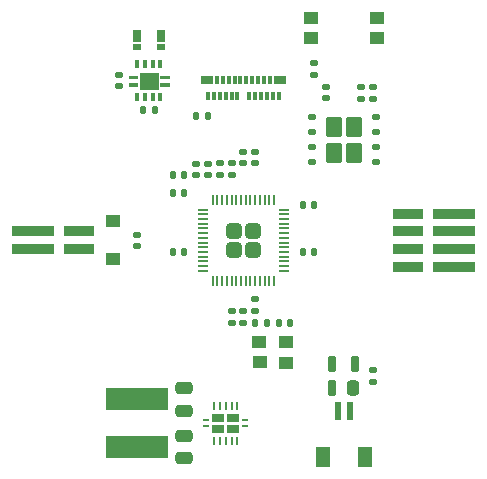
<source format=gbp>
G04 #@! TF.GenerationSoftware,KiCad,Pcbnew,7.0.11*
G04 #@! TF.CreationDate,2024-05-08T11:49:02-04:00*
G04 #@! TF.ProjectId,stepper-interface,73746570-7065-4722-9d69-6e7465726661,1.0*
G04 #@! TF.SameCoordinates,Original*
G04 #@! TF.FileFunction,Paste,Bot*
G04 #@! TF.FilePolarity,Positive*
%FSLAX46Y46*%
G04 Gerber Fmt 4.6, Leading zero omitted, Abs format (unit mm)*
G04 Created by KiCad (PCBNEW 7.0.11) date 2024-05-08 11:49:02*
%MOMM*%
%LPD*%
G01*
G04 APERTURE LIST*
G04 Aperture macros list*
%AMRoundRect*
0 Rectangle with rounded corners*
0 $1 Rounding radius*
0 $2 $3 $4 $5 $6 $7 $8 $9 X,Y pos of 4 corners*
0 Add a 4 corners polygon primitive as box body*
4,1,4,$2,$3,$4,$5,$6,$7,$8,$9,$2,$3,0*
0 Add four circle primitives for the rounded corners*
1,1,$1+$1,$2,$3*
1,1,$1+$1,$4,$5*
1,1,$1+$1,$6,$7*
1,1,$1+$1,$8,$9*
0 Add four rect primitives between the rounded corners*
20,1,$1+$1,$2,$3,$4,$5,0*
20,1,$1+$1,$4,$5,$6,$7,0*
20,1,$1+$1,$6,$7,$8,$9,0*
20,1,$1+$1,$8,$9,$2,$3,0*%
G04 Aperture macros list end*
%ADD10C,0.010000*%
%ADD11RoundRect,0.135000X0.185000X-0.135000X0.185000X0.135000X-0.185000X0.135000X-0.185000X-0.135000X0*%
%ADD12RoundRect,0.135000X-0.185000X0.135000X-0.185000X-0.135000X0.185000X-0.135000X0.185000X0.135000X0*%
%ADD13RoundRect,0.140000X0.170000X-0.140000X0.170000X0.140000X-0.170000X0.140000X-0.170000X-0.140000X0*%
%ADD14R,1.300000X1.050000*%
%ADD15RoundRect,0.140000X-0.140000X-0.170000X0.140000X-0.170000X0.140000X0.170000X-0.140000X0.170000X0*%
%ADD16RoundRect,0.250000X-0.475000X0.250000X-0.475000X-0.250000X0.475000X-0.250000X0.475000X0.250000X0*%
%ADD17R,0.700000X0.520000*%
%ADD18R,0.700000X1.050000*%
%ADD19RoundRect,0.140000X0.140000X0.170000X-0.140000X0.170000X-0.140000X-0.170000X0.140000X-0.170000X0*%
%ADD20RoundRect,0.247500X0.247500X-0.402500X0.247500X0.402500X-0.247500X0.402500X-0.247500X-0.402500X0*%
%ADD21RoundRect,0.090000X0.210000X-0.560000X0.210000X0.560000X-0.210000X0.560000X-0.210000X-0.560000X0*%
%ADD22R,3.550000X0.850000*%
%ADD23R,2.650000X0.850000*%
%ADD24R,0.300000X0.700000*%
%ADD25R,1.000000X0.700000*%
%ADD26R,1.200000X1.000000*%
%ADD27RoundRect,0.250000X0.435000X0.615000X-0.435000X0.615000X-0.435000X-0.615000X0.435000X-0.615000X0*%
%ADD28RoundRect,0.125000X0.250000X0.125000X-0.250000X0.125000X-0.250000X-0.125000X0.250000X-0.125000X0*%
%ADD29RoundRect,0.140000X-0.170000X0.140000X-0.170000X-0.140000X0.170000X-0.140000X0.170000X0.140000X0*%
%ADD30R,1.193800X1.092200*%
%ADD31RoundRect,0.250000X0.475000X-0.250000X0.475000X0.250000X-0.475000X0.250000X-0.475000X-0.250000X0*%
%ADD32R,5.207000X1.854200*%
%ADD33RoundRect,0.135000X0.135000X0.185000X-0.135000X0.185000X-0.135000X-0.185000X0.135000X-0.185000X0*%
%ADD34RoundRect,0.012400X0.142600X-0.287600X0.142600X0.287600X-0.142600X0.287600X-0.142600X-0.287600X0*%
%ADD35R,0.230000X0.230000*%
%ADD36O,0.230000X0.800000*%
%ADD37R,1.050000X0.680000*%
%ADD38R,0.500000X0.260000*%
%ADD39RoundRect,0.249999X0.395001X0.395001X-0.395001X0.395001X-0.395001X-0.395001X0.395001X-0.395001X0*%
%ADD40RoundRect,0.050000X0.387500X0.050000X-0.387500X0.050000X-0.387500X-0.050000X0.387500X-0.050000X0*%
%ADD41RoundRect,0.050000X0.050000X0.387500X-0.050000X0.387500X-0.050000X-0.387500X0.050000X-0.387500X0*%
%ADD42R,1.200000X1.800000*%
%ADD43R,0.600000X1.500000*%
G04 APERTURE END LIST*
D10*
X145175000Y-88770000D02*
X143625000Y-88770000D01*
X143625000Y-87430000D01*
X145175000Y-87430000D01*
X145175000Y-88770000D01*
G36*
X145175000Y-88770000D02*
G01*
X143625000Y-88770000D01*
X143625000Y-87430000D01*
X145175000Y-87430000D01*
X145175000Y-88770000D01*
G37*
X146100000Y-88540000D02*
X145375000Y-88540000D01*
X145375000Y-88310000D01*
X146100000Y-88310000D01*
X146100000Y-88540000D01*
G36*
X146100000Y-88540000D02*
G01*
X145375000Y-88540000D01*
X145375000Y-88310000D01*
X146100000Y-88310000D01*
X146100000Y-88540000D01*
G37*
X143425000Y-88540000D02*
X142700000Y-88540000D01*
X142700000Y-88310000D01*
X143425000Y-88310000D01*
X143425000Y-88540000D01*
G36*
X143425000Y-88540000D02*
G01*
X142700000Y-88540000D01*
X142700000Y-88310000D01*
X143425000Y-88310000D01*
X143425000Y-88540000D01*
G37*
X146100000Y-87890000D02*
X145375000Y-87890000D01*
X145375000Y-87660000D01*
X146100000Y-87660000D01*
X146100000Y-87890000D01*
G36*
X146100000Y-87890000D02*
G01*
X145375000Y-87890000D01*
X145375000Y-87660000D01*
X146100000Y-87660000D01*
X146100000Y-87890000D01*
G37*
X143425000Y-87890000D02*
X142700000Y-87890000D01*
X142700000Y-87660000D01*
X143425000Y-87660000D01*
X143425000Y-87890000D01*
G36*
X143425000Y-87890000D02*
G01*
X142700000Y-87890000D01*
X142700000Y-87660000D01*
X143425000Y-87660000D01*
X143425000Y-87890000D01*
G37*
D11*
X163400000Y-89610000D03*
X163400000Y-88590000D03*
D12*
X151400000Y-95090000D03*
X151400000Y-96110000D03*
D13*
X153400000Y-95080000D03*
X153400000Y-94120000D03*
D14*
X156050000Y-111975000D03*
X153800000Y-111900000D03*
X153750000Y-110225000D03*
X156050000Y-110225000D03*
D15*
X155420000Y-108600000D03*
X156380000Y-108600000D03*
D16*
X147400000Y-114150000D03*
X147400000Y-116050000D03*
D17*
X143400000Y-85240000D03*
D18*
X143400000Y-84325000D03*
D19*
X154380000Y-108600000D03*
X153420000Y-108600000D03*
D12*
X150400000Y-95090000D03*
X150400000Y-96110000D03*
D13*
X152400000Y-95080000D03*
X152400000Y-94120000D03*
D15*
X157420000Y-102600000D03*
X158380000Y-102600000D03*
D20*
X161665000Y-114125000D03*
D21*
X159940000Y-114125000D03*
X159940000Y-112075000D03*
X161860000Y-112075000D03*
D22*
X170250000Y-99350000D03*
X170250000Y-100850000D03*
X170250000Y-102350000D03*
X170250000Y-103850000D03*
D23*
X166350000Y-99350000D03*
X166350000Y-100850000D03*
X166350000Y-102350000D03*
X166350000Y-103850000D03*
D24*
X149400000Y-89370000D03*
X149900000Y-89370000D03*
X150400000Y-89370000D03*
X150900000Y-89370000D03*
X151400000Y-89370000D03*
X151900000Y-89370000D03*
X152900000Y-89370000D03*
X153400000Y-89370000D03*
X153900000Y-89370000D03*
X154400000Y-89370000D03*
X154900000Y-89370000D03*
X155400000Y-89370000D03*
D25*
X155500000Y-88070000D03*
D24*
X154650000Y-88070000D03*
X154150000Y-88070000D03*
X153650000Y-88070000D03*
X153150000Y-88070000D03*
X152650000Y-88070000D03*
X152150000Y-88070000D03*
X151650000Y-88070000D03*
X151150000Y-88070000D03*
X150650000Y-88070000D03*
X150150000Y-88070000D03*
D25*
X149300000Y-88070000D03*
D26*
X163700000Y-84450000D03*
X163700000Y-82750000D03*
X158100000Y-84450000D03*
X158100000Y-82750000D03*
D27*
X161750000Y-94175000D03*
X161750000Y-92025000D03*
X160050000Y-94175000D03*
X160050000Y-92025000D03*
D28*
X163600000Y-91195000D03*
X163600000Y-92465000D03*
X163600000Y-93735000D03*
X163600000Y-95005000D03*
X158200000Y-95005000D03*
X158200000Y-93735000D03*
X158200000Y-92465000D03*
X158200000Y-91195000D03*
D22*
X134550000Y-102350000D03*
X134550000Y-100850000D03*
D23*
X138450000Y-102350000D03*
X138450000Y-100850000D03*
D19*
X147380000Y-97600000D03*
X146420000Y-97600000D03*
D13*
X159400000Y-89580000D03*
X159400000Y-88620000D03*
D29*
X152400000Y-107620000D03*
X152400000Y-108580000D03*
D19*
X147380000Y-96100000D03*
X146420000Y-96100000D03*
D13*
X148400000Y-96080000D03*
X148400000Y-95120000D03*
D19*
X144880000Y-90600000D03*
X143920000Y-90600000D03*
D30*
X141400000Y-99987100D03*
X141400000Y-103212900D03*
D17*
X145400000Y-85240000D03*
D18*
X145400000Y-84325000D03*
D15*
X157420000Y-98600000D03*
X158380000Y-98600000D03*
D31*
X147400000Y-120050000D03*
X147400000Y-118150000D03*
D12*
X158400000Y-86590000D03*
X158400000Y-87610000D03*
D32*
X143400000Y-115068000D03*
X143400000Y-119132000D03*
D12*
X153400000Y-106590000D03*
X153400000Y-107610000D03*
D33*
X149410000Y-91100000D03*
X148390000Y-91100000D03*
D29*
X151400000Y-107620000D03*
X151400000Y-108580000D03*
X143400000Y-101120000D03*
X143400000Y-102080000D03*
D11*
X162400000Y-89610000D03*
X162400000Y-88590000D03*
D34*
X145375000Y-89500000D03*
X144725000Y-89500000D03*
X144075000Y-89500000D03*
X143425000Y-89500000D03*
X143425000Y-86700000D03*
X144075000Y-86700000D03*
X144725000Y-86700000D03*
X145375000Y-86700000D03*
D35*
X149900000Y-115340000D03*
D36*
X149900000Y-115625000D03*
D35*
X150400000Y-115340000D03*
D36*
X150400000Y-115625000D03*
D35*
X150900000Y-115340000D03*
D36*
X150900000Y-115625000D03*
D35*
X151400000Y-115340000D03*
D36*
X151400000Y-115625000D03*
D35*
X151900000Y-115340000D03*
D36*
X151900000Y-115625000D03*
X151900000Y-118575000D03*
D35*
X151900000Y-118860000D03*
D36*
X151400000Y-118575000D03*
D35*
X151400000Y-118860000D03*
D36*
X150900000Y-118575000D03*
D35*
X150900000Y-118860000D03*
D36*
X150400000Y-118575000D03*
D35*
X150400000Y-118860000D03*
D36*
X149900000Y-118575000D03*
D35*
X149900000Y-118860000D03*
D37*
X151535000Y-116650000D03*
X150265000Y-116650000D03*
D38*
X152530000Y-116850000D03*
X149270000Y-116850000D03*
X152530000Y-117350000D03*
X149270000Y-117350000D03*
D37*
X151535000Y-117550000D03*
X150265000Y-117550000D03*
D19*
X147380000Y-102600000D03*
X146420000Y-102600000D03*
D39*
X153200000Y-102400000D03*
X153200000Y-100800000D03*
X151600000Y-102400000D03*
X151600000Y-100800000D03*
D40*
X155837500Y-99000000D03*
X155837500Y-99400000D03*
X155837500Y-99800000D03*
X155837500Y-100200000D03*
X155837500Y-100600000D03*
X155837500Y-101000000D03*
X155837500Y-101400000D03*
X155837500Y-101800000D03*
X155837500Y-102200000D03*
X155837500Y-102600000D03*
X155837500Y-103000000D03*
X155837500Y-103400000D03*
X155837500Y-103800000D03*
X155837500Y-104200000D03*
D41*
X155000000Y-105037500D03*
X154600000Y-105037500D03*
X154200000Y-105037500D03*
X153800000Y-105037500D03*
X153400000Y-105037500D03*
X153000000Y-105037500D03*
X152600000Y-105037500D03*
X152200000Y-105037500D03*
X151800000Y-105037500D03*
X151400000Y-105037500D03*
X151000000Y-105037500D03*
X150600000Y-105037500D03*
X150200000Y-105037500D03*
X149800000Y-105037500D03*
D40*
X148962500Y-104200000D03*
X148962500Y-103800000D03*
X148962500Y-103400000D03*
X148962500Y-103000000D03*
X148962500Y-102600000D03*
X148962500Y-102200000D03*
X148962500Y-101800000D03*
X148962500Y-101400000D03*
X148962500Y-101000000D03*
X148962500Y-100600000D03*
X148962500Y-100200000D03*
X148962500Y-99800000D03*
X148962500Y-99400000D03*
X148962500Y-99000000D03*
D41*
X149800000Y-98162500D03*
X150200000Y-98162500D03*
X150600000Y-98162500D03*
X151000000Y-98162500D03*
X151400000Y-98162500D03*
X151800000Y-98162500D03*
X152200000Y-98162500D03*
X152600000Y-98162500D03*
X153000000Y-98162500D03*
X153400000Y-98162500D03*
X153800000Y-98162500D03*
X154200000Y-98162500D03*
X154600000Y-98162500D03*
X155000000Y-98162500D03*
D29*
X141900000Y-87620000D03*
X141900000Y-88580000D03*
D42*
X162700000Y-119950000D03*
X159100000Y-119950000D03*
D43*
X161400000Y-116050000D03*
X160400000Y-116050000D03*
D13*
X149400000Y-96080000D03*
X149400000Y-95120000D03*
D29*
X163400000Y-112620000D03*
X163400000Y-113580000D03*
M02*

</source>
